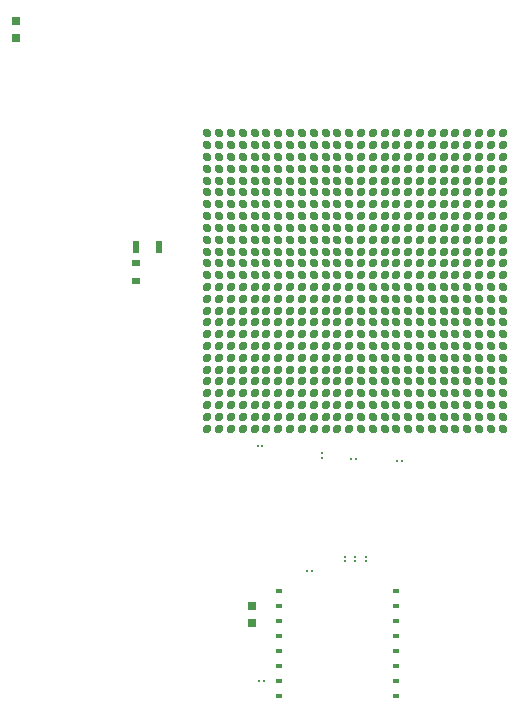
<source format=gbr>
G04 --- HEADER BEGIN --- *
G04 #@! TF.GenerationSoftware,LibrePCB,LibrePCB,1.1.0*
G04 #@! TF.CreationDate,2024-09-08T17:15:58*
G04 #@! TF.ProjectId,flasher,f4b07f79-14a2-4070-9d7d-1f686dcb10c4,v1*
G04 #@! TF.Part,Single*
G04 #@! TF.SameCoordinates*
G04 #@! TF.FileFunction,Paste,Top*
G04 #@! TF.FilePolarity,Positive*
%FSLAX66Y66*%
%MOMM*%
G01*
G75*
G04 --- HEADER END --- *
G04 --- APERTURE LIST BEGIN --- *
%AMOUTLINE10*4,1,21,0.078986,-0.401543,0.148445,-0.36144,0.2,-0.3,0.3,-0.15,0.339409,-0.046086,0.343884,0.06496,0.312964,0.171709,0.249832,0.263172,0.160985,0.329936,0.055568,0.365129,-0.055568,0.365129,-0.160985,0.329936,-0.249832,0.263172,-0.312964,0.171708,-0.343884,0.06496,-0.339409,-0.046086,-0.3,-0.15,-0.2,-0.3,-0.148445,-0.36144,-0.078986,-0.401543,0.0,-0.41547,0.078986,-0.401543,45.0*%
%ADD10OUTLINE10*%
%AMOUTLINE11*4,1,21,0.078986,-0.401543,0.148445,-0.36144,0.2,-0.3,0.3,-0.15,0.339409,-0.046086,0.343884,0.06496,0.312964,0.171709,0.249832,0.263172,0.160985,0.329936,0.055568,0.365129,-0.055568,0.365129,-0.160985,0.329936,-0.249832,0.263172,-0.312964,0.171708,-0.343884,0.06496,-0.339409,-0.046086,-0.3,-0.15,-0.2,-0.3,-0.148445,-0.36144,-0.078986,-0.401543,0.0,-0.41547,0.078986,-0.401543,135.0*%
%ADD11OUTLINE11*%
%AMOUTLINE12*4,1,21,0.078986,-0.401543,0.148445,-0.36144,0.2,-0.3,0.3,-0.15,0.339409,-0.046086,0.343884,0.06496,0.312964,0.171709,0.249832,0.263172,0.160985,0.329936,0.055568,0.365129,-0.055568,0.365129,-0.160985,0.329936,-0.249832,0.263172,-0.312964,0.171708,-0.343884,0.06496,-0.339409,-0.046086,-0.3,-0.15,-0.2,-0.3,-0.148445,-0.36144,-0.078986,-0.401543,0.0,-0.41547,0.078986,-0.401543,315.0*%
%ADD12OUTLINE12*%
%AMOUTLINE13*4,1,21,0.078986,-0.401543,0.148445,-0.36144,0.2,-0.3,0.3,-0.15,0.339409,-0.046086,0.343884,0.06496,0.312964,0.171709,0.249832,0.263172,0.160985,0.329936,0.055568,0.365129,-0.055568,0.365129,-0.160985,0.329936,-0.249832,0.263172,-0.312964,0.171708,-0.343884,0.06496,-0.339409,-0.046086,-0.3,-0.15,-0.2,-0.3,-0.148445,-0.36144,-0.078986,-0.401543,0.0,-0.41547,0.078986,-0.401543,225.0*%
%ADD13OUTLINE13*%
%ADD14R,0.514X0.344*%
%ADD15R,0.16X0.16*%
%ADD16R,0.64X0.69*%
%ADD17R,0.65X0.6*%
%ADD18R,0.6X1.1*%
G04 --- APERTURE LIST END --- *
G04 --- BOARD BEGIN --- *
D10*
G04 #@! TO.C,LOGIC1*
X7500000Y-5475500D03*
D11*
X6500000Y10524500D03*
X11500000Y8524500D03*
D12*
X-8500000Y-3475500D03*
D11*
X6500000Y1524500D03*
D13*
X-500000Y10524500D03*
D10*
X12500000Y-8475500D03*
D13*
X-9500000Y2524500D03*
X-1500000Y8524500D03*
D10*
X9500000Y-5475500D03*
D12*
X-3500000Y-2475500D03*
D11*
X10500000Y12524500D03*
D10*
X8500000Y-11475500D03*
D12*
X-11500000Y-6475500D03*
D11*
X4500000Y11524500D03*
D12*
X-6500000Y-11475500D03*
D10*
X6500000Y-12475500D03*
D13*
X-4500000Y8524500D03*
D10*
X1500000Y-1475500D03*
X11500000Y-8475500D03*
X4500000Y-11475500D03*
D13*
X-4500000Y1524500D03*
D10*
X5500000Y-2475500D03*
D13*
X-8500000Y6524500D03*
X-4500000Y524500D03*
X-2500000Y3524500D03*
X-4500000Y11524500D03*
D10*
X7500000Y-7475500D03*
D12*
X-11500000Y-5475500D03*
X-12500000Y-12475500D03*
X-12500000Y-9475500D03*
D13*
X-1500000Y524500D03*
D12*
X-11500000Y-3475500D03*
D10*
X2500000Y-1475500D03*
D12*
X-10500000Y-4475500D03*
D13*
X-10500000Y1524500D03*
D12*
X-500000Y-2475500D03*
D11*
X4500000Y2524500D03*
D13*
X-10500000Y8524500D03*
D11*
X500000Y8524500D03*
D10*
X1500000Y-9475500D03*
D13*
X-11500000Y2524500D03*
D10*
X11500000Y-6475500D03*
D13*
X-8500000Y11524500D03*
X-5500000Y6524500D03*
D11*
X5500000Y12524500D03*
D12*
X-2500000Y-5475500D03*
D13*
X-9500000Y10524500D03*
D12*
X-10500000Y-1475500D03*
D13*
X-1500000Y3524500D03*
D12*
X-7500000Y-8475500D03*
X-5500000Y-7475500D03*
X-3500000Y-12475500D03*
D11*
X1500000Y8524500D03*
D13*
X-2500000Y8524500D03*
X-3500000Y8524500D03*
X-12500000Y7524500D03*
D11*
X3500000Y11524500D03*
D13*
X-12500000Y5524500D03*
D10*
X12500000Y-4475500D03*
D12*
X-6500000Y-6475500D03*
D10*
X9500000Y-1475500D03*
X7500000Y-11475500D03*
X3500000Y-9475500D03*
D12*
X-3500000Y-11475500D03*
D13*
X-2500000Y524500D03*
D12*
X-5500000Y-4475500D03*
D13*
X-4500000Y5524500D03*
D11*
X12500000Y8524500D03*
X2500000Y2524500D03*
X5500000Y5524500D03*
D10*
X2500000Y-6475500D03*
D11*
X6500000Y7524500D03*
D10*
X6500000Y-10475500D03*
D12*
X-11500000Y-11475500D03*
X-10500000Y-7475500D03*
D11*
X10500000Y6524500D03*
D10*
X7500000Y-1475500D03*
D12*
X-6500000Y-5475500D03*
D11*
X5500000Y524500D03*
D10*
X7500000Y-9475500D03*
X10500000Y-10475500D03*
X11500000Y-2475500D03*
X4500000Y-6475500D03*
D13*
X-3500000Y6524500D03*
X-1500000Y9524500D03*
D12*
X-6500000Y-7475500D03*
D11*
X9500000Y11524500D03*
D10*
X5500000Y-12475500D03*
D13*
X-5500000Y8524500D03*
X-6500000Y4524500D03*
X-3500000Y1524500D03*
D11*
X12500000Y11524500D03*
X6500000Y5524500D03*
X8500000Y1524500D03*
D13*
X-10500000Y7524500D03*
D10*
X12500000Y-11475500D03*
D11*
X6500000Y12524500D03*
D13*
X-5500000Y3524500D03*
D10*
X11500000Y-475500D03*
D12*
X-8500000Y-1475500D03*
D10*
X500000Y-9475500D03*
D13*
X-7500000Y9524500D03*
D12*
X-500000Y-12475500D03*
D13*
X-7500000Y3524500D03*
D10*
X11500000Y-7475500D03*
D13*
X-12500000Y12524500D03*
X-6500000Y2524500D03*
D11*
X12500000Y2524500D03*
D12*
X-500000Y-475500D03*
D10*
X10500000Y-5475500D03*
D11*
X5500000Y10524500D03*
D12*
X-5500000Y-12475500D03*
X-4500000Y-6475500D03*
D11*
X7500000Y1524500D03*
D12*
X-7500000Y-6475500D03*
D11*
X8500000Y7524500D03*
X2500000Y11524500D03*
D13*
X-12500000Y10524500D03*
D10*
X12500000Y-9475500D03*
D13*
X-12500000Y1524500D03*
X-2500000Y7524500D03*
D10*
X11500000Y-3475500D03*
D11*
X10500000Y10524500D03*
D10*
X11500000Y-11475500D03*
X10500000Y-7475500D03*
D12*
X-6500000Y-8475500D03*
D13*
X-8500000Y8524500D03*
X-7500000Y8524500D03*
D12*
X-1500000Y-2475500D03*
D10*
X11500000Y-5475500D03*
D12*
X-500000Y-3475500D03*
D11*
X3500000Y10524500D03*
X7500000Y12524500D03*
D13*
X-9500000Y4524500D03*
D10*
X5500000Y-6475500D03*
D12*
X-2500000Y-6475500D03*
X-6500000Y-475500D03*
D10*
X11500000Y-4475500D03*
D13*
X-5500000Y524500D03*
D12*
X-2500000Y-7475500D03*
D11*
X8500000Y10524500D03*
D12*
X-5500000Y-475500D03*
D13*
X-500000Y9524500D03*
D10*
X5500000Y-3475500D03*
D12*
X-5500000Y-1475500D03*
X-1500000Y-5475500D03*
D11*
X4500000Y4524500D03*
D13*
X-7500000Y11524500D03*
D11*
X500000Y3524500D03*
D10*
X7500000Y-2475500D03*
X1500000Y-2475500D03*
X7500000Y-6475500D03*
D13*
X-6500000Y8524500D03*
D11*
X5500000Y1524500D03*
X500000Y2524500D03*
D12*
X-8500000Y-2475500D03*
D11*
X5500000Y11524500D03*
D10*
X5500000Y-5475500D03*
X4500000Y-9475500D03*
D13*
X-1500000Y11524500D03*
D10*
X6500000Y-11475500D03*
D12*
X-4500000Y-11475500D03*
X-6500000Y-4475500D03*
D10*
X5500000Y-475500D03*
X3500000Y-8475500D03*
D13*
X-1500000Y2524500D03*
D12*
X-9500000Y-12475500D03*
D11*
X8500000Y12524500D03*
D10*
X6500000Y-2475500D03*
D12*
X-500000Y-1475500D03*
D10*
X1500000Y-3475500D03*
D11*
X8500000Y8524500D03*
X9500000Y1524500D03*
D10*
X3500000Y-1475500D03*
X3500000Y-12475500D03*
X11500000Y-1475500D03*
D11*
X4500000Y7524500D03*
X1500000Y5524500D03*
X12500000Y524500D03*
D13*
X-4500000Y4524500D03*
X-7500000Y5524500D03*
X-7500000Y4524500D03*
X-8500000Y1524500D03*
D12*
X-500000Y-9475500D03*
X-3500000Y-5475500D03*
D11*
X12500000Y4524500D03*
D12*
X-9500000Y-8475500D03*
X-7500000Y-3475500D03*
D11*
X10500000Y2524500D03*
X9500000Y6524500D03*
D10*
X10500000Y-8475500D03*
D11*
X500000Y524500D03*
D10*
X6500000Y-9475500D03*
D12*
X-2500000Y-4475500D03*
X-10500000Y-5475500D03*
D10*
X5500000Y-4475500D03*
D13*
X-2500000Y5524500D03*
X-9500000Y12524500D03*
X-500000Y524500D03*
D10*
X8500000Y-6475500D03*
D12*
X-4500000Y-9475500D03*
D13*
X-5500000Y7524500D03*
X-500000Y12524500D03*
D11*
X7500000Y10524500D03*
D13*
X-6500000Y10524500D03*
X-5500000Y12524500D03*
D11*
X6500000Y4524500D03*
D12*
X-10500000Y-6475500D03*
D11*
X9500000Y9524500D03*
D12*
X-500000Y-6475500D03*
D10*
X10500000Y-475500D03*
D11*
X3500000Y6524500D03*
D13*
X-500000Y5524500D03*
X-3500000Y10524500D03*
D10*
X4500000Y-10475500D03*
D12*
X-12500000Y-2475500D03*
D11*
X3500000Y5524500D03*
X9500000Y4524500D03*
X4500000Y12524500D03*
D13*
X-4500000Y12524500D03*
X-9500000Y8524500D03*
D12*
X-10500000Y-475500D03*
D10*
X2500000Y-3475500D03*
D13*
X-4500000Y2524500D03*
D10*
X500000Y-7475500D03*
X2500000Y-11475500D03*
D11*
X3500000Y2524500D03*
X10500000Y3524500D03*
D13*
X-11500000Y5524500D03*
D12*
X-500000Y-8475500D03*
D11*
X4500000Y8524500D03*
D10*
X3500000Y-2475500D03*
D13*
X-5500000Y1524500D03*
X-3500000Y2524500D03*
D11*
X7500000Y8524500D03*
D10*
X1500000Y-5475500D03*
D12*
X-6500000Y-9475500D03*
X-4500000Y-2475500D03*
D11*
X500000Y6524500D03*
D12*
X-9500000Y-9475500D03*
D11*
X1500000Y7524500D03*
D13*
X-500000Y8524500D03*
D11*
X5500000Y4524500D03*
D13*
X-1500000Y7524500D03*
D12*
X-4500000Y-7475500D03*
D13*
X-12500000Y524500D03*
D12*
X-4500000Y-8475500D03*
D13*
X-7500000Y1524500D03*
X-8500000Y10524500D03*
D12*
X-3500000Y-9475500D03*
D13*
X-12500000Y3524500D03*
D11*
X10500000Y11524500D03*
X5500000Y7524500D03*
D10*
X9500000Y-3475500D03*
D12*
X-11500000Y-10475500D03*
D10*
X1500000Y-4475500D03*
D11*
X6500000Y2524500D03*
D12*
X-8500000Y-8475500D03*
D10*
X8500000Y-1475500D03*
X500000Y-4475500D03*
D13*
X-1500000Y10524500D03*
D10*
X500000Y-5475500D03*
D13*
X-11500000Y1524500D03*
D12*
X-10500000Y-11475500D03*
D10*
X4500000Y-7475500D03*
D12*
X-1500000Y-9475500D03*
D13*
X-3500000Y524500D03*
D12*
X-5500000Y-9475500D03*
D11*
X1500000Y1524500D03*
D13*
X-4500000Y10524500D03*
X-3500000Y4524500D03*
X-500000Y2524500D03*
D11*
X1500000Y4524500D03*
D13*
X-1500000Y5524500D03*
D12*
X-7500000Y-2475500D03*
X-4500000Y-12475500D03*
D13*
X-3500000Y9524500D03*
D12*
X-7500000Y-475500D03*
D13*
X-2500000Y4524500D03*
D12*
X-7500000Y-4475500D03*
D10*
X2500000Y-7475500D03*
D13*
X-7500000Y524500D03*
X-11500000Y7524500D03*
D11*
X1500000Y524500D03*
X12500000Y10524500D03*
X11500000Y6524500D03*
D12*
X-5500000Y-6475500D03*
X-1500000Y-11475500D03*
D10*
X500000Y-10475500D03*
D11*
X11500000Y1524500D03*
D13*
X-1500000Y6524500D03*
X-6500000Y6524500D03*
D11*
X1500000Y2524500D03*
D12*
X-3500000Y-6475500D03*
D13*
X-11500000Y4524500D03*
D10*
X7500000Y-4475500D03*
X1500000Y-12475500D03*
D12*
X-7500000Y-5475500D03*
D11*
X4500000Y524500D03*
D12*
X-5500000Y-10475500D03*
D13*
X-3500000Y5524500D03*
D12*
X-8500000Y-4475500D03*
D11*
X11500000Y11524500D03*
X7500000Y7524500D03*
D13*
X-500000Y3524500D03*
D10*
X2500000Y-475500D03*
D12*
X-11500000Y-4475500D03*
D13*
X-11500000Y12524500D03*
D10*
X4500000Y-3475500D03*
D12*
X-1500000Y-6475500D03*
D13*
X-2500000Y6524500D03*
D12*
X-6500000Y-2475500D03*
X-1500000Y-7475500D03*
D13*
X-5500000Y9524500D03*
D11*
X500000Y7524500D03*
X7500000Y4524500D03*
X12500000Y9524500D03*
D10*
X12500000Y-475500D03*
D11*
X8500000Y4524500D03*
X11500000Y12524500D03*
X3500000Y8524500D03*
D12*
X-3500000Y-10475500D03*
X-9500000Y-4475500D03*
D11*
X11500000Y9524500D03*
X2500000Y1524500D03*
D13*
X-9500000Y7524500D03*
D12*
X-1500000Y-475500D03*
D10*
X10500000Y-12475500D03*
D12*
X-9500000Y-2475500D03*
X-9500000Y-3475500D03*
X-2500000Y-3475500D03*
X-8500000Y-5475500D03*
D13*
X-3500000Y3524500D03*
D11*
X8500000Y2524500D03*
D13*
X-2500000Y2524500D03*
D10*
X4500000Y-8475500D03*
D12*
X-500000Y-5475500D03*
X-2500000Y-10475500D03*
D11*
X9500000Y5524500D03*
D10*
X2500000Y-2475500D03*
D13*
X-5500000Y11524500D03*
X-6500000Y12524500D03*
X-1500000Y12524500D03*
D10*
X8500000Y-9475500D03*
X4500000Y-5475500D03*
D13*
X-500000Y7524500D03*
D11*
X10500000Y4524500D03*
D10*
X7500000Y-10475500D03*
D11*
X3500000Y12524500D03*
D13*
X-8500000Y5524500D03*
X-4500000Y9524500D03*
D10*
X8500000Y-10475500D03*
X6500000Y-475500D03*
D12*
X-8500000Y-12475500D03*
D13*
X-9500000Y524500D03*
X-8500000Y3524500D03*
D11*
X2500000Y3524500D03*
D10*
X5500000Y-10475500D03*
X7500000Y-8475500D03*
X7500000Y-475500D03*
D11*
X9500000Y12524500D03*
D13*
X-12500000Y4524500D03*
D11*
X12500000Y7524500D03*
D12*
X-7500000Y-9475500D03*
D11*
X10500000Y524500D03*
D10*
X3500000Y-7475500D03*
D13*
X-11500000Y9524500D03*
D11*
X9500000Y10524500D03*
X9500000Y8524500D03*
X12500000Y6524500D03*
D10*
X12500000Y-1475500D03*
X3500000Y-5475500D03*
X500000Y-8475500D03*
X500000Y-2475500D03*
X5500000Y-9475500D03*
D12*
X-500000Y-11475500D03*
D11*
X5500000Y6524500D03*
D13*
X-2500000Y10524500D03*
D10*
X4500000Y-1475500D03*
X11500000Y-10475500D03*
D12*
X-11500000Y-1475500D03*
D13*
X-9500000Y11524500D03*
D12*
X-3500000Y-7475500D03*
D10*
X9500000Y-6475500D03*
D12*
X-5500000Y-3475500D03*
D11*
X6500000Y11524500D03*
X8500000Y5524500D03*
D12*
X-10500000Y-12475500D03*
D10*
X11500000Y-9475500D03*
X6500000Y-3475500D03*
X8500000Y-8475500D03*
X4500000Y-2475500D03*
D11*
X7500000Y2524500D03*
X2500000Y7524500D03*
D12*
X-10500000Y-2475500D03*
D13*
X-10500000Y3524500D03*
D11*
X1500000Y9524500D03*
X12500000Y1524500D03*
D13*
X-2500000Y1524500D03*
D12*
X-4500000Y-4475500D03*
D10*
X6500000Y-8475500D03*
D13*
X-500000Y11524500D03*
X-4500000Y3524500D03*
D10*
X9500000Y-10475500D03*
D11*
X10500000Y9524500D03*
D10*
X3500000Y-4475500D03*
D11*
X9500000Y7524500D03*
X3500000Y3524500D03*
D13*
X-6500000Y3524500D03*
D12*
X-12500000Y-10475500D03*
X-1500000Y-10475500D03*
D13*
X-9500000Y9524500D03*
D12*
X-10500000Y-9475500D03*
D11*
X8500000Y11524500D03*
D13*
X-8500000Y9524500D03*
D10*
X9500000Y-8475500D03*
D13*
X-2500000Y11524500D03*
D10*
X9500000Y-11475500D03*
D12*
X-12500000Y-475500D03*
D13*
X-500000Y4524500D03*
D11*
X10500000Y7524500D03*
D12*
X-3500000Y-3475500D03*
D10*
X10500000Y-2475500D03*
D12*
X-6500000Y-12475500D03*
X-11500000Y-8475500D03*
X-11500000Y-475500D03*
X-7500000Y-12475500D03*
D10*
X8500000Y-5475500D03*
D12*
X-8500000Y-9475500D03*
D13*
X-10500000Y12524500D03*
D11*
X500000Y5524500D03*
X8500000Y3524500D03*
D13*
X-5500000Y4524500D03*
D10*
X8500000Y-4475500D03*
D11*
X7500000Y5524500D03*
D13*
X-6500000Y7524500D03*
D12*
X-2500000Y-12475500D03*
D13*
X-10500000Y5524500D03*
D10*
X8500000Y-475500D03*
D13*
X-10500000Y524500D03*
D10*
X5500000Y-1475500D03*
X10500000Y-3475500D03*
D12*
X-6500000Y-3475500D03*
D13*
X-1500000Y1524500D03*
X-7500000Y6524500D03*
X-3500000Y12524500D03*
D11*
X2500000Y10524500D03*
D10*
X2500000Y-4475500D03*
D13*
X-11500000Y11524500D03*
X-1500000Y4524500D03*
D12*
X-6500000Y-10475500D03*
X-2500000Y-9475500D03*
D10*
X9500000Y-475500D03*
X6500000Y-4475500D03*
D12*
X-5500000Y-5475500D03*
X-1500000Y-12475500D03*
D11*
X500000Y9524500D03*
D10*
X7500000Y-3475500D03*
D11*
X8500000Y524500D03*
X12500000Y3524500D03*
D12*
X-11500000Y-9475500D03*
D11*
X10500000Y1524500D03*
D13*
X-8500000Y524500D03*
X-11500000Y3524500D03*
D11*
X11500000Y524500D03*
X5500000Y2524500D03*
D12*
X-4500000Y-475500D03*
D10*
X6500000Y-6475500D03*
D11*
X6500000Y6524500D03*
D12*
X-8500000Y-7475500D03*
D13*
X-7500000Y12524500D03*
D10*
X6500000Y-5475500D03*
D12*
X-8500000Y-11475500D03*
D11*
X2500000Y6524500D03*
X5500000Y9524500D03*
D10*
X2500000Y-5475500D03*
D13*
X-6500000Y9524500D03*
D12*
X-4500000Y-10475500D03*
D10*
X1500000Y-475500D03*
D13*
X-12500000Y9524500D03*
D11*
X3500000Y7524500D03*
D10*
X1500000Y-10475500D03*
D11*
X7500000Y11524500D03*
X4500000Y10524500D03*
D10*
X8500000Y-12475500D03*
X4500000Y-4475500D03*
X1500000Y-6475500D03*
X3500000Y-11475500D03*
D11*
X8500000Y6524500D03*
X500000Y1524500D03*
D12*
X-9500000Y-6475500D03*
D11*
X4500000Y3524500D03*
X10500000Y5524500D03*
D12*
X-8500000Y-10475500D03*
D10*
X2500000Y-12475500D03*
X9500000Y-12475500D03*
D11*
X3500000Y9524500D03*
D13*
X-7500000Y7524500D03*
D12*
X-500000Y-7475500D03*
D10*
X8500000Y-3475500D03*
D12*
X-9500000Y-475500D03*
D11*
X3500000Y1524500D03*
D12*
X-5500000Y-2475500D03*
X-12500000Y-1475500D03*
D11*
X2500000Y8524500D03*
D10*
X500000Y-6475500D03*
X1500000Y-8475500D03*
D11*
X9500000Y2524500D03*
X11500000Y2524500D03*
D12*
X-9500000Y-1475500D03*
D10*
X3500000Y-3475500D03*
X12500000Y-3475500D03*
X12500000Y-12475500D03*
D12*
X-12500000Y-11475500D03*
D10*
X10500000Y-11475500D03*
D13*
X-5500000Y5524500D03*
X-5500000Y2524500D03*
D10*
X12500000Y-2475500D03*
X12500000Y-6475500D03*
X9500000Y-7475500D03*
D13*
X-10500000Y10524500D03*
D12*
X-1500000Y-8475500D03*
X-4500000Y-3475500D03*
D11*
X6500000Y8524500D03*
D13*
X-10500000Y2524500D03*
D10*
X5500000Y-8475500D03*
D13*
X-6500000Y5524500D03*
X-6500000Y524500D03*
X-11500000Y6524500D03*
D11*
X6500000Y524500D03*
D12*
X-9500000Y-5475500D03*
D11*
X1500000Y6524500D03*
D12*
X-12500000Y-6475500D03*
D10*
X6500000Y-7475500D03*
D11*
X7500000Y9524500D03*
D10*
X7500000Y-12475500D03*
D13*
X-7500000Y10524500D03*
D12*
X-4500000Y-5475500D03*
D10*
X12500000Y-7475500D03*
D13*
X-12500000Y8524500D03*
D11*
X4500000Y1524500D03*
D12*
X-2500000Y-2475500D03*
D11*
X11500000Y5524500D03*
D13*
X-9500000Y3524500D03*
D10*
X8500000Y-7475500D03*
D11*
X11500000Y3524500D03*
D12*
X-2500000Y-8475500D03*
X-7500000Y-10475500D03*
D11*
X1500000Y3524500D03*
D12*
X-7500000Y-1475500D03*
D10*
X12500000Y-10475500D03*
X10500000Y-9475500D03*
D11*
X3500000Y524500D03*
D12*
X-500000Y-10475500D03*
D10*
X4500000Y-475500D03*
D13*
X-9500000Y6524500D03*
X-4500000Y6524500D03*
X-6500000Y1524500D03*
D11*
X1500000Y11524500D03*
X11500000Y4524500D03*
D12*
X-6500000Y-1475500D03*
X-9500000Y-7475500D03*
X-2500000Y-1475500D03*
D13*
X-12500000Y11524500D03*
D12*
X-12500000Y-5475500D03*
D10*
X500000Y-3475500D03*
X10500000Y-4475500D03*
D13*
X-3500000Y7524500D03*
X-2500000Y12524500D03*
D11*
X4500000Y9524500D03*
D10*
X1500000Y-7475500D03*
D11*
X7500000Y524500D03*
D12*
X-7500000Y-7475500D03*
D10*
X9500000Y-4475500D03*
D12*
X-8500000Y-6475500D03*
X-11500000Y-2475500D03*
D11*
X500000Y12524500D03*
D12*
X-1500000Y-1475500D03*
D13*
X-7500000Y2524500D03*
D12*
X-12500000Y-7475500D03*
D13*
X-2500000Y9524500D03*
D11*
X5500000Y8524500D03*
X9500000Y524500D03*
X9500000Y3524500D03*
D10*
X12500000Y-5475500D03*
D11*
X1500000Y10524500D03*
D13*
X-9500000Y1524500D03*
D12*
X-7500000Y-11475500D03*
X-3500000Y-475500D03*
D11*
X6500000Y9524500D03*
D12*
X-2500000Y-475500D03*
D10*
X3500000Y-475500D03*
X3500000Y-10475500D03*
D11*
X11500000Y10524500D03*
D13*
X-8500000Y12524500D03*
D12*
X-4500000Y-1475500D03*
D13*
X-500000Y6524500D03*
D11*
X500000Y10524500D03*
D12*
X-3500000Y-1475500D03*
X-1500000Y-4475500D03*
X-3500000Y-4475500D03*
D11*
X12500000Y12524500D03*
D12*
X-12500000Y-8475500D03*
D11*
X10500000Y8524500D03*
X4500000Y6524500D03*
D13*
X-8500000Y7524500D03*
D11*
X6500000Y3524500D03*
D12*
X-12500000Y-3475500D03*
D13*
X-500000Y1524500D03*
D10*
X8500000Y-2475500D03*
X2500000Y-9475500D03*
D13*
X-11500000Y524500D03*
D10*
X11500000Y-12475500D03*
D12*
X-8500000Y-475500D03*
X-9500000Y-11475500D03*
D11*
X7500000Y6524500D03*
D10*
X4500000Y-12475500D03*
D13*
X-8500000Y2524500D03*
D11*
X11500000Y7524500D03*
D13*
X-10500000Y11524500D03*
D11*
X12500000Y5524500D03*
X500000Y11524500D03*
D10*
X9500000Y-2475500D03*
D13*
X-5500000Y10524500D03*
X-10500000Y6524500D03*
X-11500000Y8524500D03*
D12*
X-9500000Y-10475500D03*
D13*
X-12500000Y2524500D03*
X-6500000Y11524500D03*
X-11500000Y10524500D03*
D11*
X1500000Y12524500D03*
D10*
X500000Y-475500D03*
X5500000Y-11475500D03*
X2500000Y-10475500D03*
D12*
X-12500000Y-4475500D03*
D10*
X3500000Y-6475500D03*
D11*
X3500000Y4524500D03*
D12*
X-5500000Y-8475500D03*
X-3500000Y-8475500D03*
D13*
X-10500000Y4524500D03*
D11*
X2500000Y524500D03*
X500000Y4524500D03*
D12*
X-10500000Y-8475500D03*
D13*
X-3500000Y11524500D03*
D10*
X500000Y-12475500D03*
D12*
X-11500000Y-12475500D03*
D10*
X6500000Y-1475500D03*
D13*
X-10500000Y9524500D03*
D12*
X-1500000Y-3475500D03*
D11*
X8500000Y9524500D03*
D13*
X-9500000Y5524500D03*
X-8500000Y4524500D03*
X-4500000Y7524500D03*
D11*
X5500000Y3524500D03*
D12*
X-2500000Y-11475500D03*
D10*
X9500000Y-9475500D03*
D11*
X2500000Y12524500D03*
D10*
X1500000Y-11475500D03*
D11*
X2500000Y9524500D03*
X7500000Y3524500D03*
D10*
X10500000Y-6475500D03*
D12*
X-11500000Y-7475500D03*
X-5500000Y-11475500D03*
D10*
X5500000Y-7475500D03*
X2500000Y-8475500D03*
D12*
X-10500000Y-3475500D03*
X-10500000Y-10475500D03*
D11*
X2500000Y5524500D03*
X2500000Y4524500D03*
D10*
X500000Y-11475500D03*
D12*
X-500000Y-4475500D03*
D13*
X-12500000Y6524500D03*
D11*
X4500000Y5524500D03*
D10*
X10500000Y-1475500D03*
X500000Y-1475500D03*
D14*
G04 #@! TO.C,FLASH1*
X3482000Y-31293000D03*
X3482000Y-30023000D03*
X3482000Y-35103000D03*
X-6418000Y-28753000D03*
X3482000Y-33833000D03*
X3482000Y-32563000D03*
X-6418000Y-30023000D03*
X-6418000Y-27483000D03*
X-6418000Y-35103000D03*
X3482000Y-27483000D03*
X-6418000Y-33833000D03*
X3482000Y-26213000D03*
X-6418000Y-32563000D03*
X-6418000Y-26213000D03*
X-6418000Y-31293000D03*
X3482000Y-28753000D03*
D15*
G04 #@! TO.C,R31*
X0Y-23700000D03*
X0Y-23300000D03*
G04 #@! TO.C,R32*
X-4080000Y-24500000D03*
X-3680000Y-24500000D03*
D16*
G04 #@! TO.C,C29*
X-28692000Y20613000D03*
X-28692000Y22063000D03*
D15*
G04 #@! TO.C,R37*
X-7718000Y-33833000D03*
X-8118000Y-33833000D03*
G04 #@! TO.C,R29*
X910000Y-23300000D03*
X910000Y-23700000D03*
D17*
G04 #@! TO.C,LED1*
X-18536000Y-7972D03*
X-18536000Y1542028D03*
D15*
G04 #@! TO.C,R25*
X3560000Y-15210000D03*
X3960000Y-15210000D03*
G04 #@! TO.C,R34*
X-2813000Y-14538000D03*
X-2813000Y-14938000D03*
G04 #@! TO.C,R30*
X-890000Y-23300000D03*
X-890000Y-23700000D03*
D18*
G04 #@! TO.C,R20*
X-16586000Y2942000D03*
X-18536000Y2942000D03*
D15*
G04 #@! TO.C,R26*
X-7854000Y-13928000D03*
X-8254000Y-13928000D03*
G04 #@! TO.C,R33*
X-340000Y-15040000D03*
X60000Y-15040000D03*
D16*
G04 #@! TO.C,C96*
X-8718000Y-28933000D03*
X-8718000Y-27483000D03*
G04 --- BOARD END --- *
G04 #@! TF.MD5,35a095a9566297eaa54a0c0b207484e1*
M02*

</source>
